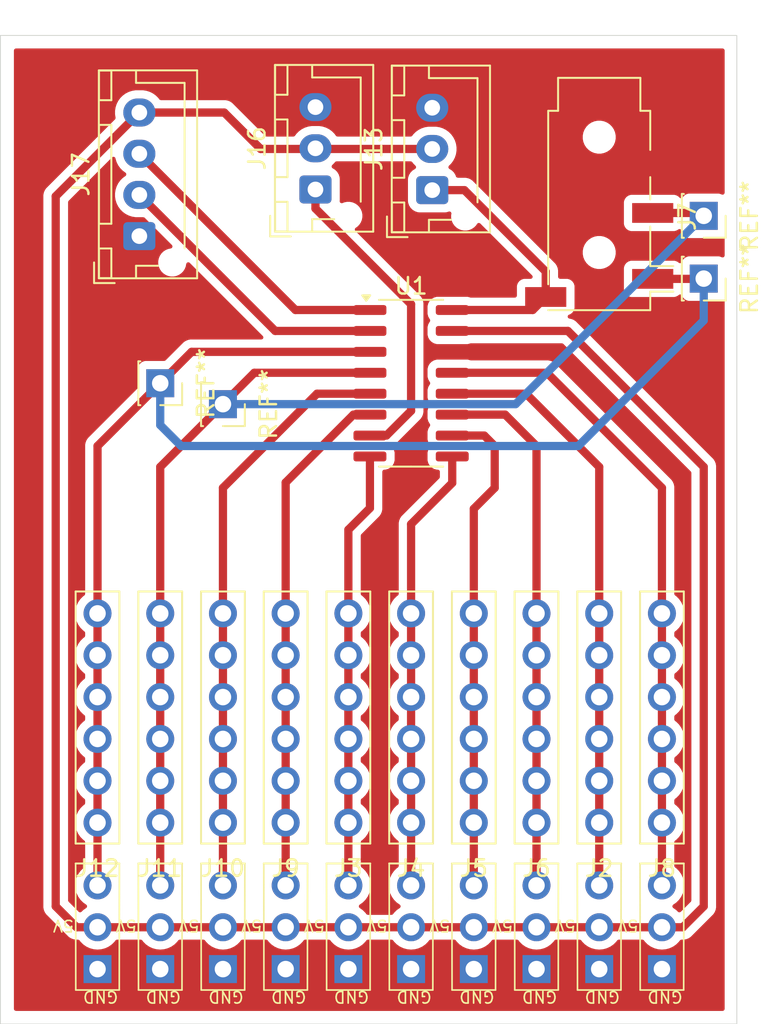
<source format=kicad_pcb>
(kicad_pcb
	(version 20240108)
	(generator "pcbnew")
	(generator_version "8.0")
	(general
		(thickness 1.6)
		(legacy_teardrops no)
	)
	(paper "A4")
	(layers
		(0 "F.Cu" signal)
		(31 "B.Cu" signal)
		(32 "B.Adhes" user "B.Adhesive")
		(33 "F.Adhes" user "F.Adhesive")
		(34 "B.Paste" user)
		(35 "F.Paste" user)
		(36 "B.SilkS" user "B.Silkscreen")
		(37 "F.SilkS" user "F.Silkscreen")
		(38 "B.Mask" user)
		(39 "F.Mask" user)
		(40 "Dwgs.User" user "User.Drawings")
		(41 "Cmts.User" user "User.Comments")
		(42 "Eco1.User" user "User.Eco1")
		(43 "Eco2.User" user "User.Eco2")
		(44 "Edge.Cuts" user)
		(45 "Margin" user)
		(46 "B.CrtYd" user "B.Courtyard")
		(47 "F.CrtYd" user "F.Courtyard")
		(48 "B.Fab" user)
		(49 "F.Fab" user)
		(50 "User.1" user)
		(51 "User.2" user)
		(52 "User.3" user)
		(53 "User.4" user)
		(54 "User.5" user)
		(55 "User.6" user)
		(56 "User.7" user)
		(57 "User.8" user)
		(58 "User.9" user)
	)
	(setup
		(pad_to_mask_clearance 0)
		(allow_soldermask_bridges_in_footprints no)
		(pcbplotparams
			(layerselection 0x00010fc_ffffffff)
			(plot_on_all_layers_selection 0x0000000_00000000)
			(disableapertmacros no)
			(usegerberextensions no)
			(usegerberattributes yes)
			(usegerberadvancedattributes yes)
			(creategerberjobfile yes)
			(dashed_line_dash_ratio 12.000000)
			(dashed_line_gap_ratio 3.000000)
			(svgprecision 4)
			(plotframeref no)
			(viasonmask no)
			(mode 1)
			(useauxorigin no)
			(hpglpennumber 1)
			(hpglpenspeed 20)
			(hpglpendiameter 15.000000)
			(pdf_front_fp_property_popups yes)
			(pdf_back_fp_property_popups yes)
			(dxfpolygonmode yes)
			(dxfimperialunits yes)
			(dxfusepcbnewfont yes)
			(psnegative no)
			(psa4output no)
			(plotreference yes)
			(plotvalue yes)
			(plotfptext yes)
			(plotinvisibletext no)
			(sketchpadsonfab no)
			(subtractmaskfromsilk no)
			(outputformat 1)
			(mirror no)
			(drillshape 1)
			(scaleselection 1)
			(outputdirectory "")
		)
	)
	(net 0 "")
	(net 1 "5V")
	(net 2 "GND")
	(net 3 "SWIO")
	(net 4 "SCL")
	(net 5 "SDA")
	(net 6 "PWM2")
	(net 7 "/PC7")
	(net 8 "/PC5")
	(net 9 "RC_IN")
	(net 10 "PWM1")
	(net 11 "/PD7")
	(net 12 "/PD6")
	(net 13 "/PA1")
	(net 14 "/PD5")
	(net 15 "/PA2")
	(net 16 "/PD4")
	(footprint "Stripe-ch32:Servo_pads" (layer "F.Cu") (at 123.19 111.76 180))
	(footprint "Package_SO:SOP-16_3.9x9.9mm_P1.27mm" (layer "F.Cu") (at 142.24 76.2))
	(footprint "Stripe-ch32:stripe" (layer "F.Cu") (at 149.86 96.52 90))
	(footprint "Connector_JST:JST_XH_B4B-XH-AM_1x04_P2.50mm_Vertical" (layer "F.Cu") (at 125.73 67.27 90))
	(footprint "Stripe-ch32:Servo_pads" (layer "F.Cu") (at 153.67 111.76 180))
	(footprint "Stripe-ch32:Servo_pads" (layer "F.Cu") (at 127 111.76 180))
	(footprint "Stripe-ch32:stripe" (layer "F.Cu") (at 138.43 96.52 90))
	(footprint "Connector_Audio:Jack_3.5mm_PJ320D_Horizontal" (layer "F.Cu") (at 153.67 66.04 -90))
	(footprint "Stripe-ch32:stripe" (layer "F.Cu") (at 153.67 96.52 90))
	(footprint "Stripe-ch32:stripe" (layer "F.Cu") (at 157.48 96.52 90))
	(footprint "Stripe-ch32:stripe" (layer "F.Cu") (at 130.81 96.52 90))
	(footprint "Connector_JST:JST_XH_B3B-XH-AM_1x03_P2.50mm_Vertical" (layer "F.Cu") (at 136.43 64.44 90))
	(footprint "Stripe-ch32:stripe" (layer "F.Cu") (at 134.62 96.52 90))
	(footprint "Connector_PinSocket_2.54mm:PinSocket_1x01_P2.54mm_Vertical" (layer "F.Cu") (at 130.81 77.47 -90))
	(footprint "Stripe-ch32:Servo_pads" (layer "F.Cu") (at 149.86 111.76 180))
	(footprint "Stripe-ch32:stripe" (layer "F.Cu") (at 142.24 96.52 90))
	(footprint "Stripe-ch32:Servo_pads" (layer "F.Cu") (at 130.81 111.76 180))
	(footprint "Stripe-ch32:stripe" (layer "F.Cu") (at 146.05 96.52 90))
	(footprint "Stripe-ch32:stripe" (layer "F.Cu") (at 123.19 96.52 90))
	(footprint "Stripe-ch32:Servo_pads" (layer "F.Cu") (at 157.48 111.76 180))
	(footprint "Stripe-ch32:Servo_pads" (layer "F.Cu") (at 138.43 111.76 180))
	(footprint "Connector_PinSocket_2.54mm:PinSocket_1x01_P2.54mm_Vertical" (layer "F.Cu") (at 160.02 69.85 -90))
	(footprint "Stripe-ch32:Servo_pads" (layer "F.Cu") (at 146.05 111.76 180))
	(footprint "Stripe-ch32:stripe" (layer "F.Cu") (at 127 96.52 90))
	(footprint "Connector_JST:JST_XH_B3B-XH-AM_1x03_P2.50mm_Vertical" (layer "F.Cu") (at 143.525 64.48 90))
	(footprint "Connector_PinSocket_2.54mm:PinSocket_1x01_P2.54mm_Vertical" (layer "F.Cu") (at 127 76.2 -90))
	(footprint "Stripe-ch32:Servo_pads" (layer "F.Cu") (at 134.62 111.76 180))
	(footprint "Stripe-ch32:Servo_pads" (layer "F.Cu") (at 142.24 111.76 180))
	(footprint "Connector_PinSocket_2.54mm:PinSocket_1x01_P2.54mm_Vertical" (layer "F.Cu") (at 160.02 66.04 -90))
	(gr_rect
		(start 162.03 55.09)
		(end 117.29 115.09)
		(stroke
			(width 0.05)
			(type default)
		)
		(fill none)
		(layer "Edge.Cuts")
		(uuid "303295d6-c977-49c9-ba67-63731e697983")
	)
	(segment
		(start 130.89 59.77)
		(end 133.1 61.98)
		(width 0.5)
		(layer "F.Cu")
		(net 1)
		(uuid "364616fb-6848-4a0e-9ce8-2a7b57cb53fd")
	)
	(segment
		(start 160.02 107.95)
		(end 158.75 109.22)
		(width 0.5)
		(layer "F.Cu")
		(net 1)
		(uuid "4873592d-3945-4044-96a0-e4cfab503520")
	)
	(segment
		(start 120.65 107.95)
		(end 120.65 64.85)
		(width 0.5)
		(layer "F.Cu")
		(net 1)
		(uuid "4a488b93-f6f3-4c05-96f7-cad4c48e2847")
	)
	(segment
		(start 144.74 73.025)
		(end 151.765 73.025)
		(width 0.5)
		(layer "F.Cu")
		(net 1)
		(uuid "4b813e70-d604-4195-afa2-01883bde2465")
	)
	(segment
		(start 121.92 109.22)
		(end 120.65 107.95)
		(width 0.5)
		(layer "F.Cu")
		(net 1)
		(uuid "4d06d6c7-5286-41bd-b3cb-bc71f6bc32e0")
	)
	(segment
		(start 160.02 81.28)
		(end 160.02 107.95)
		(width 0.5)
		(layer "F.Cu")
		(net 1)
		(uuid "672bb368-2aac-4042-bd70-5ac6247af5c6")
	)
	(segment
		(start 120.65 64.85)
		(end 125.73 59.77)
		(width 0.5)
		(layer "F.Cu")
		(net 1)
		(uuid "7819b5f3-0f2e-461e-ad42-eae2eaff439d")
	)
	(segment
		(start 158.75 109.22)
		(end 121.92 109.22)
		(width 0.5)
		(layer "F.Cu")
		(net 1)
		(uuid "c14b2ee3-b49e-4fb9-a602-7b28dd6a9712")
	)
	(segment
		(start 125.73 59.77)
		(end 130.89 59.77)
		(width 0.5)
		(layer "F.Cu")
		(net 1)
		(uuid "d306b73f-e69c-4886-a8ff-07ff10c8ba37")
	)
	(segment
		(start 151.765 73.025)
		(end 160.02 81.28)
		(width 0.5)
		(layer "F.Cu")
		(net 1)
		(uuid "d8daa23c-724c-4464-af29-0cd4a9eed42c")
	)
	(segment
		(start 133.1 61.98)
		(end 143.525 61.98)
		(width 0.5)
		(layer "F.Cu")
		(net 1)
		(uuid "fd59a1ad-5044-44f2-a7e7-a28372c188c6")
	)
	(segment
		(start 140.739999 79.375)
		(end 139.74 79.375)
		(width 0.5)
		(layer "F.Cu")
		(net 3)
		(uuid "01549259-6b76-4c70-87ba-6f451fcba8d8")
	)
	(segment
		(start 142.24 77.874999)
		(end 140.739999 79.375)
		(width 0.5)
		(layer "F.Cu")
		(net 3)
		(uuid "158d2a75-5e3e-4be6-ab5e-2d5f96ac98da")
	)
	(segment
		(start 136.43 65.595635)
		(end 142.24 71.405635)
		(width 0.5)
		(layer "F.Cu")
		(net 3)
		(uuid "15cdf08f-b168-42d6-8ebb-7a5d4da67c2f")
	)
	(segment
		(start 142.24 71.405635)
		(end 142.24 77.874999)
		(width 0.5)
		(layer "F.Cu")
		(net 3)
		(uuid "710e4b8e-4537-472a-9189-a8ef2e7ac257")
	)
	(segment
		(start 136.43 64.44)
		(end 136.43 65.595635)
		(width 0.5)
		(layer "F.Cu")
		(net 3)
		(uuid "77740a8c-ad6f-48b3-b13d-e848ef125a7e")
	)
	(segment
		(start 139.74 73.025)
		(end 133.985 73.025)
		(width 0.5)
		(layer "F.Cu")
		(net 4)
		(uuid "1fab5ec6-0162-4176-a4f2-d422aedf1ac7")
	)
	(segment
		(start 139.74 73.025)
		(end 140.322684 73.025)
		(width 0.5)
		(layer "F.Cu")
		(net 4)
		(uuid "29826ca1-b32a-4d88-95e3-bf09f5bb16a4")
	)
	(segment
		(start 133.985 73.025)
		(end 125.73 64.77)
		(width 0.5)
		(layer "F.Cu")
		(net 4)
		(uuid "7fd27dcc-f695-4879-bff3-676c52e7f32f")
	)
	(segment
		(start 139.74 71.755)
		(end 135.215 71.755)
		(width 0.5)
		(layer "F.Cu")
		(net 5)
		(uuid "3a186dae-fef2-4654-82c5-238a698d9f37")
	)
	(segment
		(start 135.215 71.755)
		(end 125.73 62.27)
		(width 0.5)
		(layer "F.Cu")
		(net 5)
		(uuid "cf900c70-39d5-4c96-a8c5-9c400f138ed5")
	)
	(segment
		(start 130.81 77.47)
		(end 127 81.28)
		(width 0.5)
		(layer "F.Cu")
		(net 6)
		(uuid "17b9f018-c1b8-4a2c-99ea-d58a95cb8677")
	)
	(segment
		(start 139.74 75.565)
		(end 132.715 75.565)
		(width 0.5)
		(layer "F.Cu")
		(net 6)
		(uuid "3ebf3566-0b7f-4d39-ad58-696d6d32dc10")
	)
	(segment
		(start 127 106.68)
		(end 127 103.07)
		(width 0.5)
		(layer "F.Cu")
		(net 6)
		(uuid "506246c1-70a4-4e69-8b4a-99d5c9f12597")
	)
	(segment
		(start 127 81.28)
		(end 127 89.97)
		(width 0.5)
		(layer "F.Cu")
		(net 6)
		(uuid "604acc0e-4d70-4b11-922e-f11bb7a2534f")
	)
	(segment
		(start 156.92 65.865)
		(end 159.845 65.865)
		(width 0.5)
		(layer "F.Cu")
		(net 6)
		(uuid "c1f891a9-a1a5-48ef-90f1-d9fd361d373a")
	)
	(segment
		(start 132.715 75.565)
		(end 130.81 77.47)
		(width 0.5)
		(layer "F.Cu")
		(net 6)
		(uuid "cda380d5-f2d6-41e2-b206-3e7ae7ee64f5")
	)
	(segment
		(start 159.845 65.865)
		(end 160.02 66.04)
		(width 0.5)
		(layer "F.Cu")
		(net 6)
		(uuid "d45065b8-7707-445b-81ee-cda2ece032a2")
	)
	(segment
		(start 130.81 77.47)
		(end 148.59 77.47)
		(width 0.5)
		(layer "B.Cu")
		(net 6)
		(uuid "a87d07b8-3ce7-48c2-9753-7bea6a973b15")
	)
	(segment
		(start 148.59 77.47)
		(end 160.02 66.04)
		(width 0.5)
		(layer "B.Cu")
		(net 6)
		(uuid "f3690fdd-9e3c-46ea-a797-132aed777352")
	)
	(segment
		(start 139.74 78.105)
		(end 138.740001 78.105)
		(width 0.5)
		(layer "F.Cu")
		(net 7)
		(uuid "adbb2931-47ca-44ac-8280-cc04c9c9e034")
	)
	(segment
		(start 134.62 82.225001)
		(end 134.62 89.97)
		(width 0.5)
		(layer "F.Cu")
		(net 7)
		(uuid "c4899790-8e4b-4667-8cb9-40d8fe6ef134")
	)
	(segment
		(start 134.62 106.68)
		(end 134.62 103.07)
		(width 0.5)
		(layer "F.Cu")
		(net 7)
		(uuid "ca93fb35-f5e9-4e69-81ee-88d29c916d71")
	)
	(segment
		(start 138.740001 78.105)
		(end 134.62 82.225001)
		(width 0.5)
		(layer "F.Cu")
		(net 7)
		(uuid "de524c46-93e5-412c-949e-a755afdcbc51")
	)
	(segment
		(start 139.74 76.835)
		(end 136.525 76.835)
		(width 0.5)
		(layer "F.Cu")
		(net 8)
		(uuid "15c011cc-1076-4b8c-8533-8a837793ea15")
	)
	(segment
		(start 136.525 76.835)
		(end 130.81 82.55)
		(width 0.5)
		(layer "F.Cu")
		(net 8)
		(uuid "6166b75e-5f14-4cc3-9c0c-31e3a9048e3c")
	)
	(segment
		(start 130.81 106.68)
		(end 130.81 103.07)
		(width 0.5)
		(layer "F.Cu")
		(net 8)
		(uuid "d07dcee8-ac60-4fc1-ac03-dd4fae7606ec")
	)
	(segment
		(start 130.81 82.55)
		(end 130.81 89.97)
		(width 0.5)
		(layer "F.Cu")
		(net 8)
		(uuid "e7cf8a30-ec29-4455-a244-98899f12c6be")
	)
	(segment
		(start 145.480635 64.48)
		(end 150.42 69.419365)
		(width 0.5)
		(layer "F.Cu")
		(net 9)
		(uuid "2167b9d4-2000-4420-8fc2-a903ff180db5")
	)
	(segment
		(start 143.525 64.48)
		(end 145.480635 64.48)
		(width 0.5)
		(layer "F.Cu")
		(net 9)
		(uuid "4f4633a8-0f74-4909-abf2-7da85b46d939")
	)
	(segment
		(start 149.63 71.755)
		(end 150.42 70.965)
		(width 0.5)
		(layer "F.Cu")
		(net 9)
		(uuid "778c8aa9-3d47-4ab9-bf34-12c3128f9e3c")
	)
	(segment
		(start 150.42 69.419365)
		(end 150.42 70.965)
		(width 0.5)
		(layer "F.Cu")
		(net 9)
		(uuid "9e72cf77-9e39-4956-8d83-cf708a552a34")
	)
	(segment
		(start 144.74 71.755)
		(end 149.63 71.755)
		(width 0.5)
		(layer "F.Cu")
		(net 9)
		(uuid "9fa7990c-ab23-4966-9fbf-b5389c2e0ff6")
	)
	(segment
		(start 123.19 80.01)
		(end 123.19 89.97)
		(width 0.5)
		(layer "F.Cu")
		(net 10)
		(uuid "14a346e2-5729-49eb-8635-2939de2d551a")
	)
	(segment
		(start 128.905 74.295)
		(end 127 76.2)
		(width 0.5)
		(layer "F.Cu")
		(net 10)
		(uuid "28a07bb1-d649-4d81-b2b2-fc4d17694c4a")
	)
	(segment
		(start 139.74 74.295)
		(end 128.905 74.295)
		(width 0.5)
		(layer "F.Cu")
		(net 10)
		(uuid "4331d748-e1d7-407e-aec2-b7ea0f72360c")
	)
	(segment
		(start 123.19 106.68)
		(end 123.19 103.07)
		(width 0.5)
		(layer "F.Cu")
		(net 10)
		(uuid "7e22c080-8222-4931-87a3-bca3d971c1ab")
	)
	(segment
		(start 156.92 69.865)
		(end 160.005 69.865)
		(width 0.5)
		(layer "F.Cu")
		(net 10)
		(uuid "b1af586d-cece-4e0d-9706-0b59f23b159b")
	)
	(segment
		(start 160.02 69.85)
		(end 160.005 69.865)
		(width 0.5)
		(layer "F.Cu")
		(net 10)
		(uuid "d1ed3509-894f-4342-ac90-a5a2d71908fd")
	)
	(segment
		(start 127 76.2)
		(end 123.19 80.01)
		(width 0.5)
		(layer "F.Cu")
		(net 10)
		(uuid "d33c31a0-3e44-4e06-8c81-14a93cf5f749")
	)
	(segment
		(start 127 78.74)
		(end 127 76.2)
		(width 0.5)
		(layer "B.Cu")
		(net 10)
		(uuid "0b68b7a3-2eb4-447c-95e4-18498c2e7f28")
	)
	(segment
		(start 160.02 72.39)
		(end 152.4 80.01)
		(width 0.5)
		(layer "B.Cu")
		(net 10)
		(uuid "3bc3e1fe-9a60-4fc5-990d-4f231e90a43c")
	)
	(segment
		(start 128.27 80.01)
		(end 127 78.74)
		(width 0.5)
		(layer "B.Cu")
		(net 10)
		(uuid "e92e0923-4cbc-4986-a153-a87a2070f064")
	)
	(segment
		(start 160.02 69.85)
		(end 160.02 72.39)
		(width 0.5)
		(layer "B.Cu")
		(net 10)
		(uuid "ecc48ae1-36db-4ea6-89b9-127ce1af0d20")
	)
	(segment
		(start 152.4 80.01)
		(end 128.27 80.01)
		(width 0.5)
		(layer "B.Cu")
		(net 10)
		(uuid "f78e5d5a-79ce-49d1-a786-c02798ed60db")
	)
	(segment
		(start 147.955 78.105)
		(end 149.86 80.01)
		(width 0.5)
		(layer "F.Cu")
		(net 11)
		(uuid "201c33c9-9cb7-4295-b03b-e02fdb544168")
	)
	(segment
		(start 144.74 78.105)
		(end 147.955 78.105)
		(width 0.5)
		(layer "F.Cu")
		(net 11)
		(uuid "27c0ff08-d48f-4437-95ff-c69f0cbfbbdc")
	)
	(segment
		(start 149.86 80.01)
		(end 149.86 89.97)
		(width 0.5)
		(layer "F.Cu")
		(net 11)
		(uuid "4491d7c6-3d19-4a82-ac67-a861badaecf6")
	)
	(segment
		(start 149.86 106.68)
		(end 149.86 103.07)
		(width 0.5)
		(layer "F.Cu")
		(net 11)
		(uuid "cdf6cf24-f431-42fb-b50f-c972762e6833")
	)
	(segment
		(start 146.685 79.375)
		(end 147.32 80.01)
		(width 0.5)
		(layer "F.Cu")
		(net 12)
		(uuid "48dc89c9-a992-43f5-bb69-e521ca82fb33")
	)
	(segment
		(start 144.74 79.375)
		(end 146.685 79.375)
		(width 0.5)
		(layer "F.Cu")
		(net 12)
		(uuid "bb540e01-e791-4ed1-ba5e-ac2ef642bb08")
	)
	(segment
		(start 146.05 106.68)
		(end 146.05 103.07)
		(width 0.5)
		(layer "F.Cu")
		(net 12)
		(uuid "c341e5b7-0bca-4898-85b0-470ac94e28d9")
	)
	(segment
		(start 146.05 83.82)
		(end 146.05 89.97)
		(width 0.5)
		(layer "F.Cu")
		(net 12)
		(uuid "cd931fa3-66cc-46a9-a261-bf69aa30c3a6")
	)
	(segment
		(start 147.32 82.55)
		(end 146.05 83.82)
		(width 0.5)
		(layer "F.Cu")
		(net 12)
		(uuid "d67ea279-1b00-465e-b11b-40025f11af25")
	)
	(segment
		(start 147.32 80.01)
		(end 147.32 82.55)
		(width 0.5)
		(layer "F.Cu")
		(net 12)
		(uuid "dd2f3741-eb8f-45bc-856d-2f1b066ea2d3")
	)
	(segment
		(start 153.67 81.28)
		(end 153.67 89.97)
		(width 0.5)
		(layer "F.Cu")
		(net 13)
		(uuid "83f6d28e-52ba-44f7-b1b0-8fed683b2c9d")
	)
	(segment
		(start 144.74 76.835)
		(end 149.225 76.835)
		(width 0.5)
		(layer "F.Cu")
		(net 13)
		(uuid "983f0ef3-55da-46a8-bd92-7f9f4cfc4fc7")
	)
	(segment
		(start 149.225 76.835)
		(end 153.67 81.28)
		(width 0.5)
		(layer "F.Cu")
		(net 13)
		(uuid "b54ac148-4305-46be-9911-4029ef1cb5c7")
	)
	(segment
		(start 153.67 106.68)
		(end 153.67 103.07)
		(width 0.5)
		(layer "F.Cu")
		(net 13)
		(uuid "e1294f58-05e2-41a1-8caa-e81f8905e83d")
	)
	(segment
		(start 144.74 80.645)
		(end 144.74 82.2525)
		(width 0.5)
		(layer "F.Cu")
		(net 14)
		(uuid "8c705546-b0d0-4e56-be7b-11137c82f450")
	)
	(segment
		(start 142.24 106.68)
		(end 142.24 103.07)
		(width 0.5)
		(layer "F.Cu")
		(net 14)
		(uuid "8ccd2c9f-e332-4421-9e6a-e0dff0a52daf")
	)
	(segment
		(start 144.74 82.2525)
		(end 142.24 84.7525)
		(width 0.5)
		(layer "F.Cu")
		(net 14)
		(uuid "d58ae74d-93c3-41c6-a171-b8c3f8f17d1f")
	)
	(segment
		(start 142.24 84.7525)
		(end 142.24 89.97)
		(width 0.5)
		(layer "F.Cu")
		(net 14)
		(uuid "d7d74a2c-fa0c-4a97-bebe-0d503eb74629")
	)
	(segment
		(start 157.48 106.68)
		(end 157.48 103.07)
		(width 0.5)
		(layer "F.Cu")
		(net 15)
		(uuid "22aa7705-170a-4844-a0f1-32b1adc0905b")
	)
	(segment
		(start 144.74 75.565)
		(end 150.495 75.565)
		(width 0.5)
		(layer "F.Cu")
		(net 15)
		(uuid "4928fe6c-1998-4d61-9615-ec34b55f6827")
	)
	(segment
		(start 150.495 75.565)
		(end 157.48 82.55)
		(width 0.5)
		(layer "F.Cu")
		(net 15)
		(uuid "c1355536-ec85-437c-8f8a-7a4ad9d95310")
	)
	(segment
		(start 157.48 82.55)
		(end 157.48 89.97)
		(width 0.5)
		(layer "F.Cu")
		(net 15)
		(uuid "f8f6d559-d648-4fc9-8aba-1360a31dc470")
	)
	(segment
		(start 139.74 80.645)
		(end 139.74 83.78)
		(width 0.5)
		(layer "F.Cu")
		(net 16)
		(uuid "036f3ba3-04fc-4a73-88af-40cb26c8bbea")
	)
	(segment
		(start 139.74 83.78)
		(end 138.43 85.09)
		(width 0.5)
		(layer "F.Cu")
		(net 16)
		(uuid "11e38910-d784-42f2-90e7-601063886488")
	)
	(segment
		(start 138.43 106.68)
		(end 138.43 103.07)
		(width 0.5)
		(layer "F.Cu")
		(net 16)
		(uuid "58e0df1f-dbb3-4879-90ec-702a2ebc7f3c")
	)
	(segment
		(start 138.43 85.09)
		(end 138.43 89.97)
		(width 0.5)
		(layer "F.Cu")
		(net 16)
		(uuid "d560252d-842c-48ad-83d0-c60ea927dede")
	)
	(zone
		(net 0)
		(net_name "")
		(layer "F.Cu")
		(uuid "3799d836-cf83-4d04-87a2-2d00fca304c8")
		(hatch edge 0.5)
		(connect_pads
			(clearance 0.5)
		)
		(min_thickness 0.25)
		(filled_areas_thickness no)
		(fill yes
			(thermal_gap 0.5)
			(thermal_bridge_width 0.5)
			(island_removal_mode 1)
			(island_area_min 10)
		)
		(polygon
			(pts
				(xy 139.065 69.215) (xy 140.335 69.215) (xy 139.7 70.485)
			)
		)
	)
	(zone
		(net 2)
		(net_name "GND")
		(layer "F.Cu")
		(uuid "93e1f69c-06e4-4397-9eee-40a4a6a240eb")
		(hatch edge 0.5)
		(priority 1)
		(connect_pads yes
			(clearance 0.5)
		)
		(min_thickness 0.25)
		(filled_areas_thickness no)
		(fill yes
			(thermal_gap 0.5)
			(thermal_bridge_width 0.5)
		)
		(polygon
			(pts
				(xy 161.29 55.88) (xy 161.29 114.3) (xy 118.11 114.3) (xy 118.11 55.88)
			)
		)
		(filled_polygon
			(layer "F.Cu")
			(pts
				(xy 133.259953 73.463834) (xy 133.218081 73.519767) (xy 133.152617 73.544184) (xy 133.143771 73.5445)
				(xy 128.831082 73.5445) (xy 128.83108 73.5445) (xy 128.83108 73.544499) (xy 128.686093 73.57334)
				(xy 128.686083 73.573343) (xy 128.549508 73.629914) (xy 128.549507 73.629914) (xy 128.547805 73.631052)
				(xy 128.547796 73.631057) (xy 128.426586 73.712046) (xy 128.426579 73.712052) (xy 127.325451 74.813181)
				(xy 127.264128 74.846666) (xy 127.23777 74.8495) (xy 126.10213 74.8495) (xy 126.102124 74.849501)
				(xy 126.042517 74.855908) (xy 125.907672 74.906202) (xy 125.907665 74.906206) (xy 125.792456 74.992452)
				(xy 125.792453 74.992455) (xy 125.706207 75.107664) (xy 125.706203 75.107671) (xy 125.655909 75.242517)
				(xy 125.655909 75.242516) (xy 125.655165 75.249444) (xy 125.6495 75.302127) (xy 125.649501 76.437769)
				(xy 125.629816 76.504808) (xy 125.613182 76.52545) (xy 122.711584 79.427049) (xy 122.607049 79.531584)
				(xy 122.607047 79.531587) (xy 122.607046 79.531588) (xy 122.524923 79.654494) (xy 122.524922 79.654496)
				(xy 122.524916 79.654505) (xy 122.512171 79.685275) (xy 122.51217 79.685276) (xy 122.51217 79.685277)
				(xy 122.468341 79.791088) (xy 122.445237 79.907241) (xy 122.441413 79.926468) (xy 122.4395 79.936081)
				(xy 122.4395 79.936082) (xy 122.4395 79.936083) (xy 122.4395 80.083918) (xy 122.4395 88.982299)
				(xy 122.419815 89.049338) (xy 122.386624 89.083873) (xy 122.318599 89.131505) (xy 122.151505 89.298599)
				(xy 122.083735 89.395384) (xy 122.015968 89.492165) (xy 122.015967 89.492167) (xy 122.015965 89.49217)
				(xy 121.916097 89.706337) (xy 121.854937 89.934592) (xy 121.838461 90.122918) (xy 121.834341 90.169999)
				(xy 121.834341 90.17) (xy 121.834341 90.170001) (xy 121.837774 90.209234) (xy 121.854937 90.405408)
				(xy 121.916097 90.633663) (xy 122.015965 90.84783) (xy 122.151505 91.041401) (xy 122.318599 91.208495)
				(xy 122.386624 91.256127) (xy 122.430249 91.310704) (xy 122.4395 91.357701) (xy 122.4395 91.522299)
				(xy 122.419815 91.589338) (xy 122.386624 91.623873) (xy 122.318599 91.671505) (xy 122.151505 91.838599)
				(xy 122.083735 91.935384) (xy 122.015968 92.032165) (xy 122.015967 92.032167) (xy 122.015965 92.03217)
				(xy 121.916097 92.246337) (xy 121.854937 92.474592) (xy 121.838461 92.662918) (xy 121.834341 92.709999)
				(xy 121.834341 92.71) (xy 121.834341 92.710001) (xy 121.837774 92.749234) (xy 121.854937 92.945408)
				(xy 121.916097 93.173663) (xy 122.015965 93.38783) (xy 122.151505 93.581401) (xy 122.318599 93.748495)
				(xy 122.386624 93.796127) (xy 122.430249 93.850704) (xy 122.4395 93.897701) (xy 122.4395 94.062299)
				(xy 122.419815 94.129338) (xy 122.386624 94.163873) (xy 122.318599 94.211505) (xy 122.151505 94.378599)
				(xy 122.083735 94.475384) (xy 122.015968 94.572165) (xy 122.015967 94.572167) (xy 122.015965 94.57217)
				(xy 121.916097 94.786337) (xy 121.854937 95.014592) (xy 121.838461 95.202918) (xy 121.834341 95.249999)
				(xy 121.834341 95.25) (xy 121.834341 95.250001) (xy 121.837774 95.289234) (xy 121.854937 95.485408)
				(xy 121.916097 95.713663) (xy 122.015965 95.92783) (xy 122.151505 96.121401) (xy 122.318599 96.288495)
				(xy 122.386624 96.336127) (xy 122.430249 96.390704) (xy 122.4395 96.437701) (xy 122.4395 96.602299)
				(xy 122.419815 96.669338) (xy 122.386624 96.703873) (xy 122.318599 96.751505) (xy 122.151505 96.918599)
				(xy 122.083735 97.015384) (xy 122.015968 97.112165) (xy 122.015967 97.112167) (xy 122.015965 97.11217)
				(xy 121.916097 97.326337) (xy 121.854937 97.554592) (xy 121.838461 97.742918) (xy 121.834341 97.789999)
				(xy 121.834341 97.79) (xy 121.834341 97.790001) (xy 121.837774 97.829234) (xy 121.854937 98.025408)
				(xy 121.916097 98.253663) (xy 122.015965 98.46783) (xy 122.151505 98.661401) (xy 122.318599 98.828495)
				(xy 122.386624 98.876127) (xy 122.430249 98.930704) (xy 122.4395 98.977701) (xy 122.4395 99.142299)
				(xy 122.419815 99.209338) (xy 122.386624 99.243873) (xy 122.318599 99.291505) (xy 122.151505 99.458599)
				(xy 122.083735 99.555384) (xy 122.015968 99.652165) (xy 122.015967 99.652167) (xy 122.015965 99.65217)
				(xy 121.916097 99.866337) (xy 121.854937 100.094592) (xy 121.838461 100.282918) (xy 121.834341 100.329999)
				(xy 121.834341 100.33) (xy 121.834341 100.330001) (xy 121.837774 100.369234) (xy 121.854937 100.565408)
				(xy 121.916097 100.793663) (xy 122.015965 101.00783) (xy 122.151505 101.201401) (xy 122.318599 101.368495)
				(xy 122.386624 101.416127) (xy 122.430249 101.470704) (xy 122.4395 101.517701) (xy 122.4395 101.682299)
				(xy 122.419815 101.749338) (xy 122.386624 101.783873) (xy 122.318599 101.831505) (xy 122.151505 101.998599)
				(xy 122.083735 102.095384) (xy 122.015968 102.192165) (xy 122.015967 102.192167) (xy 122.015965 102.19217)
				(xy 121.916097 102.406337) (xy 121.854937 102.634592) (xy 121.838461 102.822918) (xy 121.834341 102.869999)
				(xy 121.834341 102.87) (xy 121.834341 102.870001) (xy 121.837774 102.909234) (xy 121.854937 103.105408)
				(xy 121.916097 103.333663) (xy 122.015965 103.54783) (xy 122.151505 103.741401) (xy 122.318599 103.908495)
				(xy 122.386624 103.956127) (xy 122.430249 104.010704) (xy 122.4395 104.057701) (xy 122.4395 105.492299)
				(xy 122.419815 105.559338) (xy 122.386624 105.593873) (xy 122.318599 105.641505) (xy 122.151505 105.808599)
				(xy 122.083735 105.905384) (xy 122.015968 106.002165) (xy 122.015967 106.002167) (xy 122.015965 106.00217)
				(xy 121.916097 106.216337) (xy 121.854937 106.444592) (xy 121.838461 106.632918) (xy 121.834341 106.679999)
				(xy 121.834341 106.68) (xy 121.834341 106.680001) (xy 121.837774 106.719234) (xy 121.854937 106.915408)
				(xy 121.916097 107.143663) (xy 122.015965 107.35783) (xy 122.151505 107.551401) (xy 122.318599 107.718495)
				(xy 122.504158 107.848425) (xy 122.547783 107.903002) (xy 122.554977 107.9725) (xy 122.523454 108.034855)
				(xy 122.504158 108.051575) (xy 122.318604 108.181501) (xy 122.318598 108.181506) (xy 122.218417 108.281687)
				(xy 122.157094 108.315172) (xy 122.087402 108.310188) (xy 122.043055 108.281687) (xy 121.436819 107.675451)
				(xy 121.403334 107.614128) (xy 121.4005 107.58777) (xy 121.4005 65.21223) (xy 121.420185 65.145191)
				(xy 121.436819 65.124549) (xy 124.072925 62.488443) (xy 124.134248 62.454958) (xy 124.20394 62.459942)
				(xy 124.259873 62.501814) (xy 124.283079 62.556727) (xy 124.287753 62.586238) (xy 124.287754 62.586238)
				(xy 124.287754 62.586243) (xy 124.353443 62.788412) (xy 124.449949 62.977816) (xy 124.525062 63.081201)
				(xy 124.574891 63.149786) (xy 124.574894 63.149788) (xy 124.574896 63.149792) (xy 124.725208 63.300104)
				(xy 124.889796 63.419683) (xy 124.93246 63.475011) (xy 124.938439 63.544624) (xy 124.905834 63.60642)
				(xy 124.889801 63.620313) (xy 124.725214 63.739892) (xy 124.725208 63.739896) (xy 124.574891 63.890213)
				(xy 124.449952 64.062179) (xy 124.449951 64.062181) (xy 124.449949 64.062184) (xy 124.353443 64.251588)
				(xy 124.287754 64.453757) (xy 124.2545 64.663713) (xy 124.2545 64.663714) (xy 124.2545 64.876286)
				(xy 124.2545 64.876287) (xy 124.287754 65.086243) (xy 124.353443 65.288412) (xy 124.449949 65.477816)
				(xy 124.525062 65.581201) (xy 124.574891 65.649786) (xy 124.574894 65.649788) (xy 124.574896 65.649792)
				(xy 124.725208 65.800104) (xy 124.725212 65.800106) (xy 124.725214 65.800109) (xy 124.89718 65.925048)
				(xy 124.89718 65.925047) (xy 124.897184 65.925051) (xy 125.086588 66.021557) (xy 125.288757 66.087246)
				(xy 125.498713 66.1205) (xy 125.961287 66.1205) (xy 125.96616 66.1205) (xy 125.96616 66.122502)
				(xy 126.026272 66.135112) (xy 126.055332 66.156698) (xy 127.708984 67.81035) (xy 127.742467 67.871671)
				(xy 127.737483 67.941363) (xy 127.695611 67.997296) (xy 127.645493 68.019646) (xy 127.481924 68.052182)
				(xy 127.481918 68.052184) (xy 127.32714 68.116295) (xy 127.187838 68.209373) (xy 127.069374 68.327837)
				(xy 127.042221 68.368475) (xy 126.976297 68.467137) (xy 126.976297 68.467138) (xy 126.976296 68.467139)
				(xy 126.961773 68.502201) (xy 126.912184 68.621918) (xy 126.885104 68.75806) (xy 126.879501 68.786228)
				(xy 126.8795 68.786232) (xy 126.8795 68.786233) (xy 126.8795 68.953768) (xy 126.879501 68.953769)
				(xy 126.912184 69.118082) (xy 126.976297 69.272863) (xy 127.069374 69.412162) (xy 127.187838 69.530626)
				
... [48657 chars truncated]
</source>
